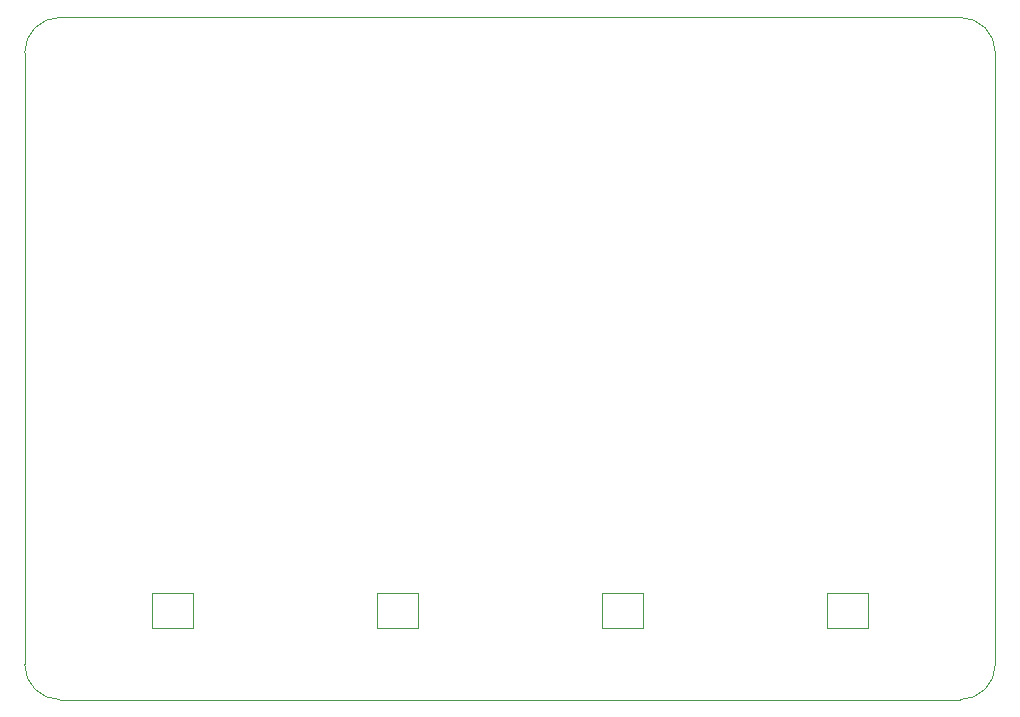
<source format=gbr>
%TF.GenerationSoftware,KiCad,Pcbnew,8.0.3*%
%TF.CreationDate,2024-10-21T20:57:23+02:00*%
%TF.ProjectId,trains_macropad,74726169-6e73-45f6-9d61-63726f706164,rev?*%
%TF.SameCoordinates,Original*%
%TF.FileFunction,Profile,NP*%
%FSLAX46Y46*%
G04 Gerber Fmt 4.6, Leading zero omitted, Abs format (unit mm)*
G04 Created by KiCad (PCBNEW 8.0.3) date 2024-10-21 20:57:23*
%MOMM*%
%LPD*%
G01*
G04 APERTURE LIST*
%TA.AperFunction,Profile*%
%ADD10C,0.050000*%
%TD*%
%TA.AperFunction,Profile*%
%ADD11C,0.120000*%
%TD*%
G04 APERTURE END LIST*
D10*
X89868750Y-76818750D02*
G75*
G02*
X92868750Y-73818750I3000000J0D01*
G01*
X92868750Y-73818750D02*
X169068750Y-73818750D01*
X172068750Y-128587500D02*
G75*
G02*
X169068750Y-131587550I-3000050J0D01*
G01*
X89868750Y-128587500D02*
X89868750Y-76818750D01*
X172068750Y-76818750D02*
X172068750Y-128587500D01*
X92868750Y-131587500D02*
G75*
G02*
X89868800Y-128587500I50J3000000D01*
G01*
X169068750Y-131587500D02*
X92868750Y-131587500D01*
X169068750Y-73818750D02*
G75*
G02*
X172068750Y-76818750I-50J-3000050D01*
G01*
D11*
%TO.C,D1*%
X100693750Y-122562500D02*
X104093750Y-122562500D01*
X100693750Y-125562500D02*
X100693750Y-122562500D01*
X104093750Y-122562500D02*
X104093750Y-125562500D01*
X104093750Y-125562500D02*
X100693750Y-125562500D01*
%TO.C,D8*%
X119743750Y-122562500D02*
X123143750Y-122562500D01*
X119743750Y-125562500D02*
X119743750Y-122562500D01*
X123143750Y-122562500D02*
X123143750Y-125562500D01*
X123143750Y-125562500D02*
X119743750Y-125562500D01*
%TO.C,D9*%
X138793750Y-122562500D02*
X142193750Y-122562500D01*
X138793750Y-125562500D02*
X138793750Y-122562500D01*
X142193750Y-122562500D02*
X142193750Y-125562500D01*
X142193750Y-125562500D02*
X138793750Y-125562500D01*
%TO.C,D10*%
X157843750Y-122562500D02*
X161243750Y-122562500D01*
X157843750Y-125562500D02*
X157843750Y-122562500D01*
X161243750Y-122562500D02*
X161243750Y-125562500D01*
X161243750Y-125562500D02*
X157843750Y-125562500D01*
%TD*%
M02*

</source>
